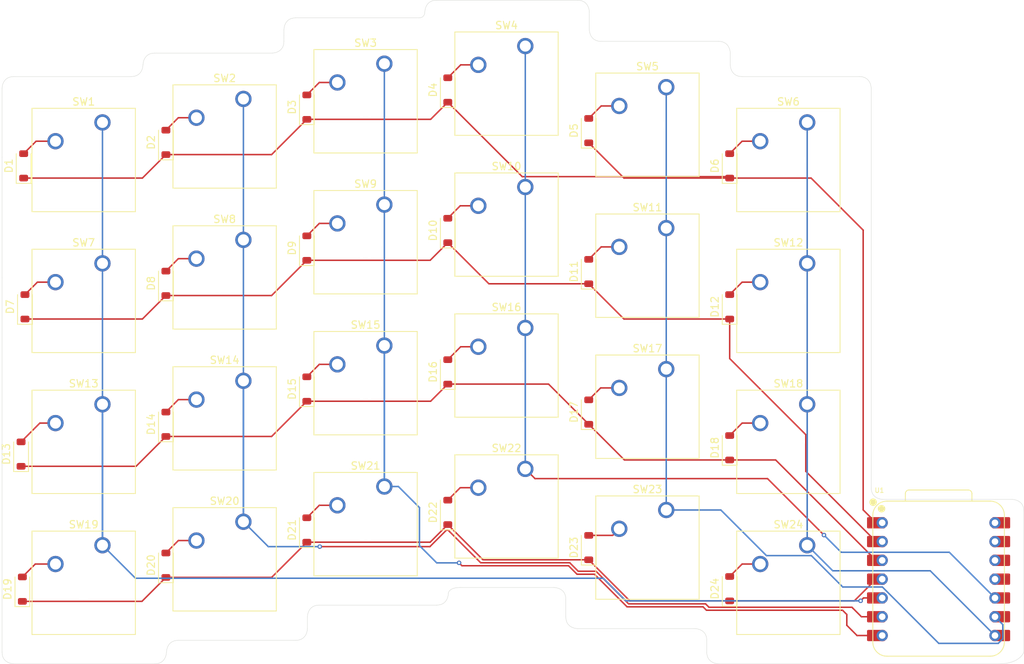
<source format=kicad_pcb>
(kicad_pcb (version 20241229) (generator "pcbnew") (generator_version "9.0")
  (layers (0 "F.Cu" signal) (2 "B.Cu" signal) (13 "F.Paste" user) (15 "B.Paste" user) (5 "F.SilkS" user "F.Silkscreen") (7 "B.SilkS" user "B.Silkscreen") (1 "F.Mask" user) (3 "B.Mask" user) (25 "Edge.Cuts" user))
  (net 0 "")
  (net 1 "Net-(D1-A)")
  (net 2 "Row0")
  (net 3 "Net-(D2-A)")
  (net 4 "Net-(D3-A)")
  (net 5 "Net-(D4-A)")
  (net 6 "Net-(D5-A)")
  (net 7 "Net-(D6-A)")
  (net 8 "Net-(D7-A)")
  (net 9 "Row1")
  (net 10 "Net-(D8-A)")
  (net 11 "Net-(D9-A)")
  (net 12 "Net-(D10-A)")
  (net 13 "Net-(D11-A)")
  (net 14 "Net-(D12-A)")
  (net 15 "Row2")
  (net 16 "Net-(D13-A)")
  (net 17 "Net-(D14-A)")
  (net 18 "Net-(D15-A)")
  (net 19 "Net-(D16-A)")
  (net 20 "Net-(D17-A)")
  (net 21 "Net-(D18-A)")
  (net 22 "Row3")
  (net 23 "Net-(D19-A)")
  (net 24 "Net-(D20-A)")
  (net 25 "Net-(D21-A)")
  (net 26 "Net-(D22-A)")
  (net 27 "Net-(D23-A)")
  (net 28 "Net-(D24-A)")
  (net 29 "Col0")
  (net 30 "Col1")
  (net 31 "Col2")
  (net 32 "Col3")
  (net 33 "Col4")
  (net 34 "Col5")
  (footprint "Diode_SMD:D_SOD-123" (layer "F.Cu") (at 181.2525 114.84875 90)
    (property "Reference" "D22")
    (property "Value" "D")
  )
  (footprint "Taps Keyboard shit:SW_Cherry_MX_1.00u_PCB" (layer "F.Cu") (at 210.78 95.49125)
    (property "Reference" "SW17")
    (property "Value" "SW_Push_45deg")
  )
  (footprint "Diode_SMD:D_SOD-123" (layer "F.Cu") (at 123.7525 125.23 90)
    (property "Reference" "D19")
    (property "Value" "D")
  )
  (footprint "Taps Keyboard shit:SW_Cherry_MX_1.00u_PCB" (layer "F.Cu") (at 229.83 81.19375)
    (property "Reference" "SW12")
    (property "Value" "SW_Push_45deg")
  )
  (footprint "Diode_SMD:D_SOD-123" (layer "F.Cu") (at 200.3025 119.61125 90)
    (property "Reference" "D23")
    (property "Value" "D")
  )
  (footprint "Taps Keyboard shit:SW_Cherry_MX_1.00u_PCB" (layer "F.Cu") (at 210.78 114.53125)
    (property "Reference" "SW23")
    (property "Value" "SW_Push_45deg")
  )
  (footprint "Diode_SMD:D_SOD-123" (layer "F.Cu") (at 181.2525 95.86125 90)
    (property "Reference" "D16")
    (property "Value" "D")
  )
  (footprint "XIAO:XIAO-nRF52840-DIP" (layer "F.Cu") (at 247.59 123.87625)
    (property "Reference" "U1")
    (property "Value" "XIAO-nRF52840-DIP")
  )
  (footprint "Diode_SMD:D_SOD-123" (layer "F.Cu") (at 219.3525 106.1175 90)
    (property "Reference" "D18")
    (property "Value" "D")
  )
  (footprint "Diode_SMD:D_SOD-123" (layer "F.Cu") (at 219.3525 125.1675 90)
    (property "Reference" "D24")
    (property "Value" "D")
  )
  (footprint "Taps Keyboard shit:SW_Cherry_MX_1.00u_PCB" (layer "F.Cu") (at 134.58 100.24375)
    (property "Reference" "SW13")
    (property "Value" "SW_Push_45deg")
  )
  (footprint "Diode_SMD:D_SOD-123" (layer "F.Cu") (at 200.3025 101.2925 90)
    (property "Reference" "D17")
    (property "Value" "D")
  )
  (footprint "Taps Keyboard shit:SW_Cherry_MX_1.00u_PCB" (layer "F.Cu") (at 229.83 119.29375)
    (property "Reference" "SW24")
    (property "Value" "SW_Push_45deg")
  )
  (footprint "Diode_SMD:D_SOD-123" (layer "F.Cu") (at 143.1525 102.9425 90)
    (property "Reference" "D14")
    (property "Value" "D")
  )
  (footprint "Taps Keyboard shit:SW_Cherry_MX_1.00u_PCB" (layer "F.Cu") (at 153.63 58.96875)
    (property "Reference" "SW2")
    (property "Value" "SW_Push_45deg")
  )
  (footprint "Diode_SMD:D_SOD-123" (layer "F.Cu") (at 200.3025 63.255 90)
    (property "Reference" "D5")
    (property "Value" "D")
  )
  (footprint "Diode_SMD:D_SOD-123" (layer "F.Cu") (at 123.5775 106.97375 90)
    (property "Reference" "D13")
    (property "Value" "D")
  )
  (footprint "Taps Keyboard shit:SW_Cherry_MX_1.00u_PCB" (layer "F.Cu") (at 153.63 116.11875)
    (property "Reference" "SW20")
    (property "Value" "SW_Push_45deg")
  )
  (footprint "Taps Keyboard shit:SW_Cherry_MX_1.00u_PCB" (layer "F.Cu") (at 191.73 108.975)
    (property "Reference" "SW22")
    (property "Value" "SW_Push_45deg")
  )
  (footprint "Taps Keyboard shit:SW_Cherry_MX_1.00u_PCB" (layer "F.Cu") (at 210.78 76.43125)
    (property "Reference" "SW11")
    (property "Value" "SW_Push_45deg")
  )
  (footprint "Diode_SMD:D_SOD-123" (layer "F.Cu") (at 124.1025 87.0675 90)
    (property "Reference" "D7")
    (property "Value" "D")
  )
  (footprint "Taps Keyboard shit:SW_Cherry_MX_1.00u_PCB" (layer "F.Cu") (at 191.73 51.825)
    (property "Reference" "SW4")
    (property "Value" "SW_Push_45deg")
  )
  (footprint "Taps Keyboard shit:SW_Cherry_MX_1.00u_PCB" (layer "F.Cu") (at 172.68 73.25625)
    (property "Reference" "SW9")
    (property "Value" "SW_Push_45deg")
  )
  (footprint "Diode_SMD:D_SOD-123" (layer "F.Cu") (at 219.3525 68.0175 90)
    (property "Reference" "D6")
    (property "Value" "D")
  )
  (footprint "Diode_SMD:D_SOD-123" (layer "F.Cu") (at 143.1525 83.8925 90)
    (property "Reference" "D8")
    (property "Value" "D")
  )
  (footprint "Diode_SMD:D_SOD-123" (layer "F.Cu") (at 123.9275 68.0175 90)
    (property "Reference" "D1")
    (property "Value" "D")
  )
  (footprint "Taps Keyboard shit:SW_Cherry_MX_1.00u_PCB" (layer "F.Cu") (at 229.83 100.24375)
    (property "Reference" "SW18")
    (property "Value" "SW_Push_45deg")
  )
  (footprint "Diode_SMD:D_SOD-123" (layer "F.Cu") (at 162.2025 117.23 90)
    (property "Reference" "D21")
    (property "Value" "D")
  )
  (footprint "Taps Keyboard shit:SW_Cherry_MX_1.00u_PCB" (layer "F.Cu") (at 229.83 62.14375)
    (property "Reference" "SW6")
    (property "Value" "SW_Push_45deg")
  )
  (footprint "Taps Keyboard shit:SW_Cherry_MX_1.00u_PCB" (layer "F.Cu") (at 134.58 81.19375)
    (property "Reference" "SW7")
    (property "Value" "SW_Push_45deg")
  )
  (footprint "Diode_SMD:D_SOD-123" (layer "F.Cu") (at 162.2025 98.18 90)
    (property "Reference" "D15")
    (property "Value" "D")
  )
  (footprint "Diode_SMD:D_SOD-123" (layer "F.Cu") (at 181.2525 76.74875 90)
    (property "Reference" "D10")
    (property "Value" "D")
  )
  (footprint "Taps Keyboard shit:SW_Cherry_MX_1.00u_PCB" (layer "F.Cu") (at 172.68 92.30625)
    (property "Reference" "SW15")
    (property "Value" "SW_Push_45deg")
  )
  (footprint "Diode_SMD:D_SOD-123" (layer "F.Cu") (at 181.2525 57.76125 90)
    (property "Reference" "D4")
    (property "Value" "D")
  )
  (footprint "Taps Keyboard shit:SW_Cherry_MX_1.00u_PCB" (layer "F.Cu") (at 134.58 62.14375)
    (property "Reference" "SW1")
    (property "Value" "SW_Push_45deg")
  )
  (footprint "Taps Keyboard shit:SW_Cherry_MX_1.00u_PCB" (layer "F.Cu") (at 210.78 57.38125)
    (property "Reference" "SW5")
    (property "Value" "SW_Push_45deg")
  )
  (footprint "Taps Keyboard shit:SW_Cherry_MX_1.00u_PCB" (layer "F.Cu") (at 153.63 78.01875)
    (property "Reference" "SW8")
    (property "Value" "SW_Push_45deg")
  )
  (footprint "Taps Keyboard shit:SW_Cherry_MX_1.00u_PCB" (layer "F.Cu") (at 172.68 111.35625)
    (property "Reference" "SW21")
    (property "Value" "SW_Push_45deg")
  )
  (footprint "Diode_SMD:D_SOD-123" (layer "F.Cu") (at 162.2025 60.08 90)
    (property "Reference" "D3")
    (property "Value" "D")
  )
  (footprint "Taps Keyboard shit:SW_Cherry_MX_1.00u_PCB" (layer "F.Cu") (at 191.73 89.925)
    (property "Reference" "SW16")
    (property "Value" "SW_Push_45deg")
  )
  (footprint "Taps Keyboard shit:SW_Cherry_MX_1.00u_PCB" (layer "F.Cu") (at 153.63 97.06875)
    (property "Reference" "SW14")
    (property "Value" "SW_Push_45deg")
  )
  (footprint "Diode_SMD:D_SOD-123" (layer "F.Cu") (at 143.1525 64.8425 90)
    (property "Reference" "D2")
    (property "Value" "D")
  )
  (footprint "Taps Keyboard shit:SW_Cherry_MX_1.00u_PCB" (layer "F.Cu") (at 191.73 70.875)
    (property "Reference" "SW10")
    (property "Value" "SW_Push_45deg")
  )
  (footprint "Diode_SMD:D_SOD-123" (layer "F.Cu") (at 143.1525 121.9925 90)
    (property "Reference" "D20")
    (property "Value" "D")
  )
  (footprint "Taps Keyboard shit:SW_Cherry_MX_1.00u_PCB" (layer "F.Cu") (at 172.68 54.20625)
    (property "Reference" "SW3")
    (property "Value" "SW_Push_45deg")
  )
  (footprint "Diode_SMD:D_SOD-123" (layer "F.Cu") (at 219.3525 87.0675 90)
    (property "Reference" "D12")
    (property "Value" "D")
  )
  (footprint "Diode_SMD:D_SOD-123" (layer "F.Cu") (at 200.3025 82.305 90)
    (property "Reference" "D11")
    (property "Value" "D")
  )
  (footprint "Taps Keyboard shit:SW_Cherry_MX_1.00u_PCB" (layer "F.Cu") (at 134.58 119.29375)
    (property "Reference" "SW19")
    (property "Value" "SW_Push_45deg")
  )
  (footprint "Diode_SMD:D_SOD-123" (layer "F.Cu") (at 162.2025 79.13 90)
    (property "Reference" "D9")
    (property "Value" "D")
  )
  (gr_curve (pts (xy 141.64375 135.32375) (xy 143.23125 135.32375) (xy 143.23125 133.73625) (xy 143.23125 133.73625)) (stroke (width 0.05)) (layer "Edge.Cuts"))
  (gr_line (start 236.38125 135.32375) (end 255.75 135.32375) (stroke (width 0.05)) (layer "Edge.Cuts"))
  (gr_curve (pts (xy 177.3625 48.01125) (xy 178.15625 48.01125) (xy 178.15625 47.2175) (xy 178.15625 47.2175)) (stroke (width 0.05)) (layer "Edge.Cuts"))
  (gr_curve (pts (xy 144.81875 132.14875) (xy 143.23125 132.14875) (xy 143.23125 133.73625) (xy 143.23125 133.73625)) (stroke (width 0.05)) (layer "Edge.Cuts"))
  (gr_curve (pts (xy 238.48125 111.51125) (xy 238.48125 113.09875) (xy 240.06875 113.09875) (xy 240.06875 113.09875)) (stroke (width 0.05)) (layer "Edge.Cuts"))
  (gr_line (start 121.00625 66.86625) (end 121.00625 57.53625) (stroke (width 0.05)) (layer "Edge.Cuts"))
  (gr_line (start 182.91875 125.005) (end 195.61875 125.005) (stroke (width 0.05)) (layer "Edge.Cuts"))
  (gr_line (start 160.69375 48.01125) (end 177.3625 48.01125) (stroke (width 0.05)) (layer "Edge.Cuts"))
  (gr_line (start 200.38125 47.2175) (end 200.38125 49.59875) (stroke (width 0.05)) (layer "Edge.Cuts"))
  (gr_line (start 122.59375 135.32375) (end 141.64375 135.32375) (stroke (width 0.05)) (layer "Edge.Cuts"))
  (gr_curve (pts (xy 163.86875 127.38625) (xy 162.28125 127.38625) (xy 162.28125 128.97375) (xy 162.28125 128.97375)) (stroke (width 0.05)) (layer "Edge.Cuts"))
  (gr_curve (pts (xy 201.96875 51.18625) (xy 200.38125 51.18625) (xy 200.38125 49.59875) (xy 200.38125 49.59875)) (stroke (width 0.05)) (layer "Edge.Cuts"))
  (gr_line (start 144.81875 132.14875) (end 160.69375 132.14875) (stroke (width 0.05)) (layer "Edge.Cuts"))
  (gr_line (start 201.96875 51.18625) (end 217.84375 51.18625) (stroke (width 0.05)) (layer "Edge.Cuts"))
  (gr_line (start 216.25625 132.14875) (end 216.25625 133.73625) (stroke (width 0.05)) (layer "Edge.Cuts"))
  (gr_line (start 163.86875 127.38625) (end 179.74375 127.38625) (stroke (width 0.05)) (layer "Edge.Cuts"))
  (gr_curve (pts (xy 255.75 135.32375) (xy 258.60625 135.32375) (xy 259.11875 133.73625) (xy 259.11875 133.73625)) (stroke (width 0.05)) (layer "Edge.Cuts"))
  (gr_curve (pts (xy 121.00625 133.73625) (xy 121.00625 135.32375) (xy 122.59375 135.32375) (xy 122.59375 135.32375)) (stroke (width 0.05)) (layer "Edge.Cuts"))
  (gr_line (start 122.59375 55.94875) (end 138.46875 55.94875) (stroke (width 0.05)) (layer "Edge.Cuts"))
  (gr_curve (pts (xy 160.69375 48.01125) (xy 159.10625 48.01125) (xy 159.10625 49.59875) (xy 159.10625 49.59875)) (stroke (width 0.05)) (layer "Edge.Cuts"))
  (gr_line (start 219.43125 52.77375) (end 219.43125 54.36125) (stroke (width 0.05)) (layer "Edge.Cuts"))
  (gr_line (start 238.48125 111.51125) (end 238.48125 57.53625) (stroke (width 0.05)) (layer "Edge.Cuts"))
  (gr_curve (pts (xy 221.01875 55.94875) (xy 219.43125 55.94875) (xy 219.43125 54.36125) (xy 219.43125 54.36125)) (stroke (width 0.05)) (layer "Edge.Cuts"))
  (gr_curve (pts (xy 217.84375 51.18625) (xy 219.43125 51.18625) (xy 219.43125 52.77375) (xy 219.43125 52.77375)) (stroke (width 0.05)) (layer "Edge.Cuts"))
  (gr_curve (pts (xy 160.69375 132.14875) (xy 162.28125 132.14875) (xy 162.28125 130.56125) (xy 162.28125 130.56125)) (stroke (width 0.05)) (layer "Edge.Cuts"))
  (gr_curve (pts (xy 141.64375 52.77375) (xy 140.05625 52.77375) (xy 140.05625 54.36125) (xy 140.05625 54.36125)) (stroke (width 0.05)) (layer "Edge.Cuts"))
  (gr_curve (pts (xy 179.74375 127.38625) (xy 181.33125 127.38625) (xy 181.33125 125.79875) (xy 181.33125 125.79875)) (stroke (width 0.05)) (layer "Edge.Cuts"))
  (gr_line (start 198.79375 130.56125) (end 214.66875 130.56125) (stroke (width 0.05)) (layer "Edge.Cuts"))
  (gr_line (start 162.28125 128.97375) (end 162.28125 130.56125) (stroke (width 0.05)) (layer "Edge.Cuts"))
  (gr_line (start 141.64375 52.77375) (end 157.51875 52.77375) (stroke (width 0.05)) (layer "Edge.Cuts"))
  (gr_line (start 259.11875 133.73625) (end 259.11875 114.68625) (stroke (width 0.05)) (layer "Edge.Cuts"))
  (gr_curve (pts (xy 216.25625 132.14875) (xy 216.25625 130.56125) (xy 214.66875 130.56125) (xy 214.66875 130.56125)) (stroke (width 0.05)) (layer "Edge.Cuts"))
  (gr_line (start 159.10625 50.3925) (end 159.10625 51.18625) (stroke (width 0.05)) (layer "Edge.Cuts"))
  (gr_curve (pts (xy 197.20625 126.5925) (xy 197.20625 125.005) (xy 195.61875 125.005) (xy 195.61875 125.005)) (stroke (width 0.05)) (layer "Edge.Cuts"))
  (gr_line (start 221.01875 55.94875) (end 236.89375 55.94875) (stroke (width 0.05)) (layer "Edge.Cuts"))
  (gr_line (start 197.20625 128.97375) (end 197.20625 126.5925) (stroke (width 0.05)) (layer "Edge.Cuts"))
  (gr_curve (pts (xy 179.7425 45.62375) (xy 178.155 45.62375) (xy 178.155 47.21125) (xy 178.155 47.21125)) (stroke (width 0.05)) (layer "Edge.Cuts"))
  (gr_line (start 121.00625 83.15625) (end 121.00625 124.16625) (stroke (width 0.05)) (layer "Edge.Cuts"))
  (gr_curve (pts (xy 259.11875 114.68625) (xy 259.11875 113.09875) (xy 257.53125 113.09875) (xy 257.53125 113.09875)) (stroke (width 0.05)) (layer "Edge.Cuts"))
  (gr_line (start 217.84375 135.32375) (end 236.38125 135.32375) (stroke (width 0.05)) (layer "Edge.Cuts"))
  (gr_line (start 257.53125 113.09875) (end 240.06875 113.09875) (stroke (width 0.05)) (layer "Edge.Cuts"))
  (gr_line (start 159.10625 50.3925) (end 159.10625 49.59875) (stroke (width 0.05)) (layer "Edge.Cuts"))
  (gr_curve (pts (xy 197.20625 128.97375) (xy 197.20625 130.56125) (xy 198.79375 130.56125) (xy 198.79375 130.56125)) (stroke (width 0.05)) (layer "Edge.Cuts"))
  (gr_line (start 121.00625 124.16625) (end 121.00625 133.73625) (stroke (width 0.05)) (layer "Edge.Cuts"))
  (gr_line (start 179.74375 45.63) (end 198.79375 45.63) (stroke (width 0.05)) (layer "Edge.Cuts"))
  (gr_curve (pts (xy 198.79375 45.63) (xy 200.38125 45.63) (xy 200.38125 47.2175) (xy 200.38125 47.2175)) (stroke (width 0.05)) (layer "Edge.Cuts"))
  (gr_curve (pts (xy 159.10625 51.18625) (xy 159.10625 52.77375) (xy 157.51875 52.77375) (xy 157.51875 52.77375)) (stroke (width 0.05)) (layer "Edge.Cuts"))
  (gr_line (start 121.00625 66.86625) (end 121.00625 83.15625) (stroke (width 0.05)) (layer "Edge.Cuts"))
  (gr_curve (pts (xy 182.91875 125.005) (xy 181.33125 125.005) (xy 181.33125 125.79875) (xy 181.33125 125.79875)) (stroke (width 0.05)) (layer "Edge.Cuts"))
  (gr_curve (pts (xy 236.89375 55.94875) (xy 238.48125 55.94875) (xy 238.48125 57.53625) (xy 238.48125 57.53625)) (stroke (width 0.05)) (layer "Edge.Cuts"))
  (gr_curve (pts (xy 216.25625 133.73625) (xy 216.25625 135.32375) (xy 217.84375 135.32375) (xy 217.84375 135.32375)) (stroke (width 0.05)) (layer "Edge.Cuts"))
  (gr_curve (pts (xy 122.59375 55.94875) (xy 121.00625 55.94875) (xy 121.00625 57.53625) (xy 121.00625 57.53625)) (stroke (width 0.05)) (layer "Edge.Cuts"))
  (gr_curve (pts (xy 138.46875 55.94875) (xy 140.05625 55.94875) (xy 140.05625 54.36125) (xy 140.05625 54.36125)) (stroke (width 0.05)) (layer "Edge.Cuts"))
  (segment (start 125.61125 64.68375) (end 123.9275 66.3675) (width 0.2) (layer "F.Cu") (net 1))
  (segment (start 128.23 64.68375) (end 125.61125 64.68375) (width 0.2) (layer "F.Cu") (net 1))
  (segment (start 205.065 69.6675) (end 200.3025 64.905) (width 0.2) (layer "F.Cu") (net 2))
  (segment (start 237.39625 76.70625) (end 230.3575 69.6675) (width 0.2) (layer "F.Cu") (net 2))
  (segment (start 239.135 116.25625) (end 237.39625 114.5175) (width 0.2) (layer "F.Cu") (net 2))
  (segment (start 230.3575 69.6675) (end 219.3525 69.6675) (width 0.2) (layer "F.Cu") (net 2))
  (segment (start 162.2025 61.73) (end 178.93375 61.73) (width 0.2) (layer "F.Cu") (net 2))
  (segment (start 219.3525 69.6675) (end 205.065 69.6675) (width 0.2) (layer "F.Cu") (net 2))
  (segment (start 123.9275 69.6675) (end 139.9775 69.6675) (width 0.2) (layer "F.Cu") (net 2))
  (segment (start 219.159 69.474) (end 191.31525 69.474) (width 0.2) (layer "F.Cu") (net 2))
  (segment (start 139.9775 69.6675) (end 143.1525 66.4925) (width 0.2) (layer "F.Cu") (net 2))
  (segment (start 178.93375 61.73) (end 181.2525 59.41125) (width 0.2) (layer "F.Cu") (net 2))
  (segment (start 157.44 66.4925) (end 143.1525 66.4925) (width 0.2) (layer "F.Cu") (net 2))
  (segment (start 219.3525 69.6675) (end 219.159 69.474) (width 0.2) (layer "F.Cu") (net 2))
  (segment (start 239.135 116.25625) (end 239.97 116.25625) (width 0.2) (layer "F.Cu") (net 2))
  (segment (start 162.2025 61.73) (end 157.44 66.4925) (width 0.2) (layer "F.Cu") (net 2))
  (segment (start 191.31525 69.474) (end 181.2525 59.41125) (width 0.2) (layer "F.Cu") (net 2))
  (segment (start 237.39625 114.5175) (end 237.39625 76.70625) (width 0.2) (layer "F.Cu") (net 2))
  (segment (start 144.83625 61.50875) (end 143.1525 63.1925) (width 0.2) (layer "F.Cu") (net 3))
  (segment (start 147.28 61.50875) (end 144.83625 61.50875) (width 0.2) (layer "F.Cu") (net 3))
  (segment (start 162.2025 58.43) (end 163.88625 56.74625) (width 0.2) (layer "F.Cu") (net 4))
  (segment (start 163.88625 56.74625) (end 166.33 56.74625) (width 0.2) (layer "F.Cu") (net 4))
  (segment (start 185.38 54.365) (end 182.99875 54.365) (width 0.2) (layer "F.Cu") (net 5))
  (segment (start 182.99875 54.365) (end 181.2525 56.11125) (width 0.2) (layer "F.Cu") (net 5))
  (segment (start 201.98625 59.92125) (end 204.43 59.92125) (width 0.2) (layer "F.Cu") (net 6))
  (segment (start 200.3025 61.605) (end 201.98625 59.92125) (width 0.2) (layer "F.Cu") (net 6))
  (segment (start 219.3525 66.3675) (end 221.03625 64.68375) (width 0.2) (layer "F.Cu") (net 7))
  (segment (start 221.03625 64.68375) (end 223.48 64.68375) (width 0.2) (layer "F.Cu") (net 7))
  (segment (start 125.78625 83.73375) (end 124.1025 85.4175) (width 0.2) (layer "F.Cu") (net 8))
  (segment (start 128.23 83.73375) (end 125.78625 83.73375) (width 0.2) (layer "F.Cu") (net 8))
  (segment (start 139.9775 88.7175) (end 124.1025 88.7175) (width 0.2) (layer "F.Cu") (net 9))
  (segment (start 219.3525 88.7175) (end 205.065 88.7175) (width 0.2) (layer "F.Cu") (net 9))
  (segment (start 157.44 85.5425) (end 162.2025 80.78) (width 0.2) (layer "F.Cu") (net 9))
  (segment (start 143.1525 85.5425) (end 139.9775 88.7175) (width 0.2) (layer "F.Cu") (net 9))
  (segment (start 219.3525 88.7175) (end 219.3525 94.061434) (width 0.2) (layer "F.Cu") (net 9))
  (segment (start 229.641 109.30225) (end 239.135 118.79625) (width 0.2) (layer "F.Cu") (net 9))
  (segment (start 186.80875 83.955) (end 181.2525 78.39875) (width 0.2) (layer "F.Cu") (net 9))
  (segment (start 143.1525 85.5425) (end 157.44 85.5425) (width 0.2) (layer "F.Cu") (net 9))
  (segment (start 239.135 118.79625) (end 239.97 118.79625) (width 0.2) (layer "F.Cu") (net 9))
  (segment (start 181.2525 78.39875) (end 178.87125 80.78) (width 0.2) (layer "F.Cu") (net 9))
  (segment (start 178.87125 80.78) (end 162.2025 80.78) (width 0.2) (layer "F.Cu") (net 9))
  (segment (start 205.065 88.7175) (end 200.3025 83.955) (width 0.2) (layer "F.Cu") (net 9))
  (segment (start 200.3025 83.955) (end 186.80875 83.955) (width 0.2) (layer "F.Cu") (net 9))
  (segment (start 229.641 104.349934) (end 229.641 109.30225) (width 0.2) (layer "F.Cu") (net 9))
  (segment (start 219.3525 94.061434) (end 229.641 104.349934) (width 0.2) (layer "F.Cu") (net 9))
  (segment (start 144.83625 80.55875) (end 147.28 80.55875) (width 0.2) (layer "F.Cu") (net 10))
  (segment (start 143.1525 82.2425) (end 144.83625 80.55875) (width 0.2) (layer "F.Cu") (net 10))
  (segment (start 163.88625 75.79625) (end 162.2025 77.48) (width 0.2) (layer "F.Cu") (net 11))
  (segment (start 166.33 75.79625) (end 163.88625 75.79625) (width 0.2) (layer "F.Cu") (net 11))
  (segment (start 182.93625 73.415) (end 181.2525 75.09875) (width 0.2) (layer "F.Cu") (net 12))
  (segment (start 185.38 73.415) (end 182.93625 73.415) (width 0.2) (layer "F.Cu") (net 12))
  (segment (start 201.98625 78.97125) (end 200.3025 80.655) (width 0.2) (layer "F.Cu") (net 13))
  (segment (start 204.43 78.97125) (end 201.98625 78.97125) (width 0.2) (layer "F.Cu") (net 13))
  (segment (start 221.03625 83.73375) (end 219.3525 85.4175) (width 0.2) (layer "F.Cu") (net 14))
  (segment (start 223.48 83.73375) (end 221.03625 83.73375) (width 0.2) (layer "F.Cu") (net 14))
  (segment (start 194.87125 97.51125) (end 200.3025 102.9425) (width 0.2) (layer "F.Cu") (net 15))
  (segment (start 219.3525 107.7675) (end 205.1275 107.7675) (width 0.2) (layer "F.Cu") (net 15))
  (segment (start 205.1275 107.7675) (end 200.3025 102.9425) (width 0.2) (layer "F.Cu") (net 15))
  (segment (start 219.3525 107.7675) (end 225.56625 107.7675) (width 0.2) (layer "F.Cu") (net 15))
  (segment (start 162.2025 99.83) (end 157.44 104.5925) (width 0.2) (layer "F.Cu") (net 15))
  (segment (start 157.44 104.5925) (end 143.1525 104.5925) (width 0.2) (layer "F.Cu") (net 15))
  (segment (start 239.135 121.33625) (end 239.97 121.33625) (width 0.2) (layer "F.Cu") (net 15))
  (segment (start 139.12125 108.62375) (end 143.1525 104.5925) (width 0.2) (layer "F.Cu") (net 15))
  (segment (start 225.56625 107.7675) (end 239.135 121.33625) (width 0.2) (layer "F.Cu") (net 15))
  (segment (start 181.2525 97.51125) (end 194.87125 97.51125) (width 0.2) (layer "F.Cu") (net 15))
  (segment (start 181.2525 97.51125) (end 178.93375 99.83) (width 0.2) (layer "F.Cu") (net 15))
  (segment (start 123.5775 108.62375) (end 139.12125 108.62375) (width 0.2) (layer "F.Cu") (net 15))
  (segment (start 178.93375 99.83) (end 162.2025 99.83) (width 0.2) (layer "F.Cu") (net 15))
  (segment (start 126.1175 102.78375) (end 123.5775 105.32375) (width 0.2) (layer "F.Cu") (net 16))
  (segment (start 128.23 102.78375) (end 126.1175 102.78375) (width 0.2) (layer "F.Cu") (net 16))
  (segment (start 143.1525 101.2925) (end 144.83625 99.60875) (width 0.2) (layer "F.Cu") (net 17))
  (segment (start 144.83625 99.60875) (end 147.28 99.60875) (width 0.2) (layer "F.Cu") (net 17))
  (segment (start 162.2025 96.53) (end 163.88625 94.84625) (width 0.2) (layer "F.Cu") (net 18))
  (segment (start 163.88625 94.84625) (end 166.33 94.84625) (width 0.2) (layer "F.Cu") (net 18))
  (segment (start 182.99875 92.465) (end 181.2525 94.21125) (width 0.2) (layer "F.Cu") (net 19))
  (segment (start 185.38 92.465) (end 182.99875 92.465) (width 0.2) (layer "F.Cu") (net 19))
  (segment (start 201.91375 98.03125) (end 200.3025 99.6425) (width 0.2) (layer "F.Cu") (net 20))
  (segment (start 204.43 98.03125) (end 201.91375 98.03125) (width 0.2) (layer "F.Cu") (net 20))
  (segment (start 221.03625 102.78375) (end 223.48 102.78375) (width 0.2) (layer "F.Cu") (net 21))
  (segment (start 219.3525 104.4675) (end 221.03625 102.78375) (width 0.2) (layer "F.Cu") (net 21))
  (segment (start 123.7525 126.88) (end 139.915 126.88) (width 0.2) (layer "F.Cu") (net 22))
  (segment (start 157.44 123.6425) (end 143.1525 123.6425) (width 0.2) (layer "F.Cu") (net 22))
  (segment (start 219.3525 126.8175) (end 205.85875 126.8175) (width 0.2) (layer "F.Cu") (net 22))
  (segment (start 236.19375 126.8175) (end 239.135 123.87625) (width 0.2) (layer "F.Cu") (net 22))
  (segment (start 239.135 123.87625) (end 239.97 123.87625) (width 0.2) (layer "F.Cu") (net 22))
  (segment (start 200.3025 121.26125) (end 186.015 121.26125) (width 0.2) (layer "F.Cu") (net 22))
  (segment (start 162.2025 118.88) (end 157.44 123.6425) (width 0.2) (layer "F.Cu") (net 22))
  (segment (start 139.915 126.88) (end 143.1525 123.6425) (width 0.2) (layer "F.Cu") (net 22))
  (segment (start 205.85875 126.8175) (end 200.3025 121.26125) (width 0.2) (layer "F.Cu") (net 22))
  (segment (start 186.015 121.26125) (end 181.2525 116.49875) (width 0.2) (layer "F.Cu") (net 22))
  (segment (start 219.3525 126.8175) (end 236.19375 126.8175) (width 0.2) (layer "F.Cu") (net 22))
  (segment (start 178.87125 118.88) (end 181.2525 116.49875) (width 0.2) (layer "F.Cu") (net 22))
  (segment (start 162.2025 118.88) (end 178.87125 118.88) (width 0.2) (layer "F.Cu") (net 22))
  (segment (start 123.7525 123.58) (end 125.49875 121.83375) (width 0.2) (layer "F.Cu") (net 23))
  (segment (start 125.49875 121.83375) (end 128.23 121.83375) (width 0.2) (layer "F.Cu") (net 23))
  (segment (start 147.28 118.65875) (end 144.83625 118.65875) (width 0.2) (layer "F.Cu") (net 24))
  (segment (start 144.83625 118.65875) (end 143.1525 120.3425) (width 0.2) (layer "F.Cu") (net 24))
  (segment (start 166.33 113.89625) (end 163.88625 113.89625) (width 0.2) (layer "F.Cu") (net 25))
  (segment (start 163.88625 113.89625) (end 162.2025 115.58) (width 0.2) (layer "F.Cu") (net 25))
  (segment (start 182.93625 111.515) (end 181.2525 113.19875) (width 0.2) (layer "F.Cu") (net 26))
  (segment (start 185.38 111.515) (end 182.93625 111.515) (width 0.2) (layer "F.Cu") (net 26))
  (segment (start 200.3025 117.96125) (end 203.54 117.96125) (width 0.2) (layer "F.Cu") (net 27))
  (segment (start 203.54 117.96125) (end 204.43 117.07125) (width 0.2) (layer "F.Cu") (net 27))
  (segment (start 221.03625 121.83375) (end 223.48 121.83375) (width 0.2) (layer "F.Cu") (net 28))
  (segment (start 219.3525 123.5175) (end 221.03625 121.83375) (width 0.2) (layer "F.Cu") (net 28))
  (segment (start 239.97 126.41625) (end 237.44353 126.41625) (width 0.2) (layer "F.Cu") (net 29))
  (segment (start 239.135 126.41625) (end 239.97 126.41625) (width 0.2) (layer "F.Cu") (net 29))
  (segment (start 237.44353 126.41625) (end 237.04989 126.80989) (width 0.2) (layer "F.Cu") (net 29))
  (via (at 237.04989 126.80989) (size 0.6) (drill 0.3) (layers "F.Cu" "B.Cu") (net 29))
  (segment (start 205.32642 126.80989) (end 202.27278 123.75625) (width 0.2) (layer "B.Cu") (net 29))
  (segment (start 134.58 119.29375) (end 134.58 100.24375) (width 0.2) (layer "B.Cu") (net 29))
  (segment (start 139.0425 123.75625) (end 134.58 119.29375) (width 0.2) (layer "B.Cu") (net 29))
  (segment (start 134.58 119.29375) (end 134.58 62.14375) (width 0.2) (layer "B.Cu") (net 29))
  (segment (start 202.27278 123.75625) (end 139.0425 123.75625) (width 0.2) (layer "B.Cu") (net 29))
  (segment (start 237.04989 126.80989) (end 205.32642 126.80989) (width 0.2) (layer "B.Cu") (net 29))
  (segment (start 237.15625 128.95625) (end 235.99625 127.79625) (width 0.2) (layer "F.Cu") (net 30))
  (segment (start 178.83835 119.48) (end 163.94625 119.48) (width 0.2) (layer "F.Cu") (net 30))
  (segment (start 220.75625 127.67625) (end 216.554 127.67625) (width 0.2) (layer "F.Cu") (net 30))
  (segment (start 216.554 127.67625) (end 216.09625 127.2185) (width 0.2) (layer "F.Cu") (net 30))
  (segment (start 239.97 128.95625) (end 237.15625 128.95625) (width 0.2) (layer "F.Cu") (net 30))
  (segment (start 239.135 128.95625) (end 239.97 128.95625) (width 0.2) (layer "F.Cu") (net 30))
  (segment (start 216.09625 127.2185) (end 205.69265 127.2185) (width 0.2) (layer "F.Cu") (net 30))
  (segment (start 198.883175 122.809175) (end 197.73625 121.66225) (width 0.2) (layer "F.Cu") (net 30))
  (segment (start 205.69265 127.2185) (end 201.283325 122.809175) (width 0.2) (layer "F.Cu") (net 30))
  (segment (start 181.55625 117.51625) (end 181.28975 117.24975) (width 0.2) (layer "F.Cu") (net 30))
  (segment (start 181.28975 117.24975) (end 181.0686 117.24975) (width 0.2) (layer "F.Cu") (net 30))
  (segment (start 235.99625 127.79625) (end 235.87625 127.67625) (width 0.2) (layer "F.Cu") (net 30))
  (segment (start 185.70225 121.66225) (end 181.55625 117.51625) (width 0.2) (layer "F.Cu") (net 30))
  (segment (start 181.0686 117.24975) (end 178.83835 119.48) (width 0.2) (layer "F.Cu") (net 30))
  (segment (start 201.283325 122.809175) (end 198.883175 122.809175) (width 0.2) (layer "F.Cu") (net 30))
  (segment (start 197.73625 121.66225) (end 185.70225 121.66225) (width 0.2) (layer "F.Cu") (net 30))
  (segment (start 235.87625 127.67625) (end 220.75625 127.67625) (width 0.2) (layer "F.Cu") (net 30))
  (via (at 163.94625 119.48) (size 0.6) (drill 0.3) (layers "F.Cu" "B.Cu") (net 30))
  (segment (start 153.63 58.96875) (end 153.63 116.11875) (width 0.2) (layer "B.Cu") (net 30))
  (segment (start 156.99125 119.48) (end 153.63 116.11875) (width 0.2) (layer "B.Cu") (net 30))
  (segment (start 153.63 116.11875) (end 153.63 97.06875) (width 0.2) (layer "B.Cu") (net 30))
  (segment (start 163.94625 119.48) (end 156.99125 119.48) (width 0.2) (layer "B.Cu") (net 30))
  (segment (start 216.214 128.07725) (end 215.75625 127.6195) (width 0.2) (layer "F.Cu") (net 31))
  (segment (start 185.86835 122.06325) (end 183.16325 122.06325) (width 0.2) (layer "F.Cu") (net 31))
  (segment (start 236.56625 131.49625) (end 235.83625 130.76625) (width 0.2) (layer "F.Cu") (net 31))
  (segment (start 235.18625 130.11625) (end 235.18625 128.65625) (width 0.2) (layer "F.Cu") (net 31))
  (segment (start 215.75625 127.6195) (end 205.485575 127.6195) (width 0.2) (layer "F.Cu") (net 31))
  (segment (start 239.135 131.49625) (end 236.56625 131.49625) (width 0.2) (layer "F.Cu") (net 31))
  (segment (start 198.717075 123.210175) (end 197.57015 122.06325) (width 0.2) (layer "F.Cu") (net 31))
  (segment (start 183.16325 122.06325) (end 182.77625 121.67625) (width 0.2) (layer "F.Cu") (net 31))
  (segment (start 205.485575 127.6195) (end 201.07625 123.210175) (width 0.2) (layer "F.Cu") (net 31))
  (segment (start 235.18625 128.65625) (end 234.60725 128.07725) (width 0.2) (layer "F.Cu") (net 31))
  (segment (start 239.135 131.49625) (end 239.97 131.49625) (width 0.2) (layer "F.Cu") (net 31))
  (segment (start 234.60725 128.07725) (end 216.98625 128.07725) (width 0.2) (layer "F.Cu") (net 31))
  (segment (start 197.57015 122.06325) (end 185.86835 122.06325) (width 0.2) (layer "F.Cu") (net 31))
  (segment (start 235.83625 130.76625) (end 235.18625 130.11625) (width 0.2) (layer "F.Cu") (net 31))
  (segment (start 216.98625 128.07725) (end 216.214 128.07725) (width 0.2) (layer "F.Cu") (net 31))
  (segment (start 201.07625 123.210175) (end 198.717075 123.210175) (width 0.2) (layer "F.Cu") (net 31))
  (via (at 182.77625 121.67625) (size 0.6) (drill 0.3) (layers "F.Cu" "B.Cu") (net 31))
  (segment (start 174.57625 111.35625) (end 177.42625 114.20625) (width 0.2) (layer "B.Cu") (net 31))
  (segment (start 172.68 111.35625) (end 174.57625 111.35625) (width 0.2) (layer "B.Cu") (net 31))
  (segment (start 177.42625 114.20625) (end 177.42625 119.34625) (width 0.2) (layer "B.Cu") (net 31))
  (segment (start 177.42625 119.34625) (end 179.75625 121.67625) (width 0.2) (layer "B.Cu") (net 31))
  (segment (start 179.75625 121.67625) (end 182.77625 121.67625) (width 0.2) (layer "B.Cu") (net 31))
  (segment (start 172.68 111.35625) (end 172.68 54.20625) (width 0.2) (layer "B.Cu") (net 31))
  (segment (start 172.68 111.35625) (end 172.68 92.30625) (width 0.2) (layer "B.Cu") (net 31))
  (segment (start 255.21 126.41625) (end 256.045 126.41625) (width 0.2) (layer "F.Cu") (net 32))
  (segment (start 193.04125 110.28625) (end 191.73 108.975) (width 0.2) (layer "F.Cu") (net 32))
  (segment (start 232.09625 117.91625) (end 224.46625 110.28625) (width 0.2) (layer "F.Cu") (net 32))
  (segment (start 224.46625 110.28625) (end 193.04125 110.28625) (width 0.2) (layer "F.Cu") (net 32))
  (via (at 232.09625 117.91625) (size 0.6) (drill 0.3) (layers "F.Cu" "B.Cu") (net 32))
  (segment (start 191.73 108.975) (end 191.73 89.925) (width 0.2) (layer "B.Cu") (net 32))
  (segment (start 191.73 51.825) (end 191.73 108.975) (width 0.2) (layer "B.Cu") (net 32))
  (segment (start 249.04 120.24625) (end 234.42625 120.24625) (width 0.2) (layer "B.Cu") (net 32))
  (segment (start 255.21 126.41625) (end 249.04 120.24625) (width 0.2) (layer "B.Cu") (net 32))
  (segment (start 234.42625 120.24625) (end 232.09625 117.91625) (width 0.2) (layer "B.Cu") (net 32))
  (segment (start 255.21 128.95625) (end 256.045 128.95625) (width 0.2) (layer "F.Cu") (net 33))
  (segment (start 210.78 114.53125) (end 210.78 95.49125) (width 0.2) (layer "B.Cu") (net 33))
  (segment (start 230.38947 120.69475) (end 224.322314 120.69475) (width 0.2) (layer "B.Cu") (net 33))
  (segment (start 218.158814 114.53125) (end 210.78 114.53125) (width 0.2) (layer "B.Cu") (net 33))
  (segment (start 247.61631 132.55925) (end 239.99631 124.93925) (width 0.2) (layer "B.Cu") (net 33))
  (segment (start 255.65031 132.55925) (end 247.61631 132.55925) (width 0.2) (layer "B.Cu") (net 33))
  (segment (start 239.99631 124.93925) (end 234.63397 124.93925) (width 0.2) (layer "B.Cu") (net 33))
  (segment (start 210.78 114.53125) (end 210.78 57.38125) (width 0.2) (layer "B.Cu") (net 33))
  (segment (start 256.273 131.93656) (end 255.65031 132.55925) (width 0.2) (layer "B.Cu") (net 33))
  (segment (start 256.273 130.01925) (end 256.273 131.93656) (width 0.2) (layer "B.Cu") (net 33))
  (segment (start 234.63397 124.93925) (end 230.38947 120.69475) (width 0.2) (layer "B.Cu") (net 33))
  (segment (start 255.21 128.95625) (end 256.273 130.01925) (width 0.2) (layer "B.Cu") (net 33))
  (segment (start 224.322314 120.69475) (end 218.158814 114.53125) (width 0.2) (layer "B.Cu") (net 33))
  (segment (start 255.21 131.49625) (end 256.045 131.49625) (width 0.2) (layer "F.Cu") (net 34))
  (segment (start 246.46 122.74625) (end 233.2825 122.74625) (width 0.2) (layer "B.Cu") (net 34))
  (segment (start 229.83 119.29375) (end 229.83 100.24375) (width 0.2) (layer "B.Cu") (net 34))
  (segment (start 255.21 131.49625) (end 246.46 122.74625) (width 0.2) (layer "B.Cu") (net 34))
  (segment (start 229.83 62.14375) (end 229.83 119.29375) (width 0.2) (layer "B.Cu") (net 34))
  (segment (start 233.2825 122.74625) (end 229.83 119.29375) (width 0.2) (layer "B.Cu") (net 34))
)
</source>
